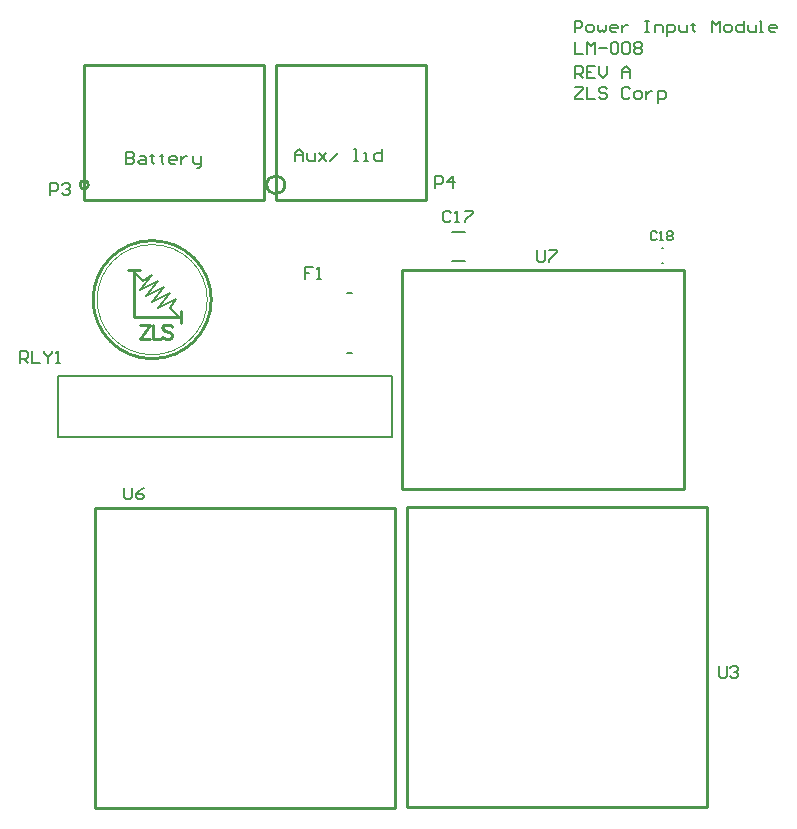
<source format=gbr>
G04 Layer_Color=65535*
%FSLAX26Y26*%
%MOIN*%
%TF.FileFunction,Legend,Top*%
%TF.Part,Single*%
G01*
G75*
%TA.AperFunction,NonConductor*%
%ADD45C,0.010000*%
%ADD46C,0.007874*%
%ADD60C,0.003937*%
%ADD61C,0.005000*%
D45*
X154953Y1664882D02*
G03*
X154953Y1664882I-14142J0D01*
G01*
X809000D02*
G03*
X809000Y1664882I-30000J0D01*
G01*
X564000Y1282063D02*
G03*
X564000Y1282063I-196850J0D01*
G01*
X140811Y1614882D02*
Y2064882D01*
X740811D01*
Y1614882D02*
Y2064882D01*
X140811Y1614882D02*
X740811D01*
X779000D02*
Y2064882D01*
X1279000D01*
Y1614882D02*
Y2064882D01*
X779000Y1614882D02*
X1279000D01*
X1175000Y-411496D02*
Y588504D01*
X175000Y-136496D02*
Y413504D01*
Y588504D01*
X325000D02*
X825000D01*
X175000Y-411496D02*
Y-136496D01*
Y-411496D02*
X1175000D01*
X175000Y588504D02*
X325000D01*
X825000D02*
X1175000D01*
X1200000Y1382008D02*
X2140000D01*
Y652008D02*
Y1382008D01*
X1200000Y652008D02*
X2140000D01*
X1200000D02*
Y1382008D01*
X1215040Y-409921D02*
X2215039D01*
Y590079D01*
X1215040Y590061D02*
X2215043Y590079D01*
X1215040Y-409921D02*
Y590079D01*
X287150Y1380063D02*
X327150D01*
X462150Y1205063D02*
Y1245063D01*
X307150Y1225063D02*
Y1375063D01*
Y1225063D02*
X457150D01*
X358639Y1199297D02*
X327150Y1152063D01*
Y1199297D02*
X358639D01*
X327150Y1152063D02*
X358639D01*
X369210Y1199297D02*
Y1152063D01*
X396201D01*
X432864Y1192550D02*
X428365Y1197048D01*
X421618Y1199297D01*
X412621D01*
X405873Y1197048D01*
X401374Y1192550D01*
Y1188051D01*
X403624Y1183553D01*
X405873Y1181303D01*
X410371Y1179054D01*
X423867Y1174556D01*
X428365Y1172306D01*
X430615Y1170057D01*
X432864Y1165559D01*
Y1158811D01*
X428365Y1154313D01*
X421618Y1152063D01*
X412621D01*
X405873Y1154313D01*
X401374Y1158811D01*
D46*
X52756Y825394D02*
Y1028150D01*
X1166929D01*
Y825394D02*
Y1028150D01*
X52756Y825394D02*
X1166929D01*
X1365748Y1412402D02*
X1409056D01*
X1365748Y1506890D02*
X1409056D01*
X2067031Y1454607D02*
X2070969D01*
X2067031Y1405395D02*
X2070969D01*
X1015158Y1305394D02*
X1034842D01*
X1015158Y1104606D02*
X1034842D01*
X1775024Y2173057D02*
Y2212414D01*
X1794702D01*
X1801262Y2205854D01*
Y2192735D01*
X1794702Y2186176D01*
X1775024D01*
X1820941Y2173057D02*
X1834060D01*
X1840619Y2179616D01*
Y2192735D01*
X1834060Y2199295D01*
X1820941D01*
X1814381Y2192735D01*
Y2179616D01*
X1820941Y2173057D01*
X1853738Y2199295D02*
Y2179616D01*
X1860298Y2173057D01*
X1866858Y2179616D01*
X1873417Y2173057D01*
X1879977Y2179616D01*
Y2199295D01*
X1912774Y2173057D02*
X1899655D01*
X1893096Y2179616D01*
Y2192735D01*
X1899655Y2199295D01*
X1912774D01*
X1919334Y2192735D01*
Y2186176D01*
X1893096D01*
X1932453Y2199295D02*
Y2173057D01*
Y2186176D01*
X1939013Y2192735D01*
X1945572Y2199295D01*
X1952132D01*
X2011168Y2212414D02*
X2024287D01*
X2017728D01*
Y2173057D01*
X2011168D01*
X2024287D01*
X2043966D02*
Y2199295D01*
X2063644D01*
X2070204Y2192735D01*
Y2173057D01*
X2083323Y2159937D02*
Y2199295D01*
X2103002D01*
X2109561Y2192735D01*
Y2179616D01*
X2103002Y2173057D01*
X2083323D01*
X2122681Y2199295D02*
Y2179616D01*
X2129240Y2173057D01*
X2148919D01*
Y2199295D01*
X2168598Y2205854D02*
Y2199295D01*
X2162038D01*
X2175157D01*
X2168598D01*
Y2179616D01*
X2175157Y2173057D01*
X2234193D02*
Y2212414D01*
X2247312Y2199295D01*
X2260431Y2212414D01*
Y2173057D01*
X2280110D02*
X2293229D01*
X2299789Y2179616D01*
Y2192735D01*
X2293229Y2199295D01*
X2280110D01*
X2273551Y2192735D01*
Y2179616D01*
X2280110Y2173057D01*
X2339146Y2212414D02*
Y2173057D01*
X2319468D01*
X2312908Y2179616D01*
Y2192735D01*
X2319468Y2199295D01*
X2339146D01*
X2352265D02*
Y2179616D01*
X2358825Y2173057D01*
X2378504D01*
Y2199295D01*
X2391623Y2173057D02*
X2404742D01*
X2398182D01*
Y2212414D01*
X2391623D01*
X2444099Y2173057D02*
X2430980D01*
X2424421Y2179616D01*
Y2192735D01*
X2430980Y2199295D01*
X2444099D01*
X2450659Y2192735D01*
Y2186176D01*
X2424421D01*
X903388Y1391421D02*
X877150D01*
Y1371742D01*
X890269D01*
X877150D01*
Y1352063D01*
X916507D02*
X929626D01*
X923067D01*
Y1391421D01*
X916507Y1384861D01*
X2048679Y1504598D02*
X2043759Y1509518D01*
X2033920D01*
X2029000Y1504598D01*
Y1484920D01*
X2033920Y1480000D01*
X2043759D01*
X2048679Y1484920D01*
X2058518Y1480000D02*
X2068358D01*
X2063438D01*
Y1509518D01*
X2058518Y1504598D01*
X2083117D02*
X2088036Y1509518D01*
X2097876D01*
X2102795Y1504598D01*
Y1499679D01*
X2097876Y1494759D01*
X2102795Y1489839D01*
Y1484920D01*
X2097876Y1480000D01*
X2088036D01*
X2083117Y1484920D01*
Y1489839D01*
X2088036Y1494759D01*
X2083117Y1499679D01*
Y1504598D01*
X2088036Y1494759D02*
X2097876D01*
X-72850Y1072063D02*
Y1111421D01*
X-53172D01*
X-46612Y1104861D01*
Y1091742D01*
X-53172Y1085182D01*
X-72850D01*
X-59731D02*
X-46612Y1072063D01*
X-33493Y1111421D02*
Y1072063D01*
X-7255D01*
X5864Y1111421D02*
Y1104861D01*
X18983Y1091742D01*
X32103Y1104861D01*
Y1111421D01*
X18983Y1091742D02*
Y1072063D01*
X45222D02*
X58341D01*
X51781D01*
Y1111421D01*
X45222Y1104861D01*
X273740Y655499D02*
Y622701D01*
X280300Y616142D01*
X293419D01*
X299978Y622701D01*
Y655499D01*
X339336D02*
X326216Y648939D01*
X313097Y635820D01*
Y622701D01*
X319657Y616142D01*
X332776D01*
X339336Y622701D01*
Y629261D01*
X332776Y635820D01*
X313097D01*
X2255512Y60027D02*
Y27229D01*
X2262071Y20669D01*
X2275191D01*
X2281750Y27229D01*
Y60027D01*
X2294869Y53467D02*
X2301429Y60027D01*
X2314548D01*
X2321107Y53467D01*
Y46907D01*
X2314548Y40348D01*
X2307988D01*
X2314548D01*
X2321107Y33788D01*
Y27229D01*
X2314548Y20669D01*
X2301429D01*
X2294869Y27229D01*
X1310260Y1653434D02*
Y1692791D01*
X1329939D01*
X1336498Y1686231D01*
Y1673112D01*
X1329939Y1666553D01*
X1310260D01*
X1369296Y1653434D02*
Y1692791D01*
X1349617Y1673112D01*
X1375856D01*
X27150Y1632063D02*
Y1671421D01*
X46828D01*
X53388Y1664861D01*
Y1651742D01*
X46828Y1645182D01*
X27150D01*
X66507Y1664861D02*
X73067Y1671421D01*
X86186D01*
X92745Y1664861D01*
Y1658302D01*
X86186Y1651742D01*
X79626D01*
X86186D01*
X92745Y1645182D01*
Y1638623D01*
X86186Y1632063D01*
X73067D01*
X66507Y1638623D01*
X1363640Y1572444D02*
X1357080Y1579003D01*
X1343961D01*
X1337402Y1572444D01*
Y1546205D01*
X1343961Y1539646D01*
X1357080D01*
X1363640Y1546205D01*
X1376759Y1539646D02*
X1389878D01*
X1383319D01*
Y1579003D01*
X1376759Y1572444D01*
X1409557Y1579003D02*
X1435795D01*
Y1572444D01*
X1409557Y1546205D01*
Y1539646D01*
X1651378Y1446838D02*
Y1414040D01*
X1657938Y1407480D01*
X1671057D01*
X1677616Y1414040D01*
Y1446838D01*
X1690735D02*
X1716974D01*
Y1440278D01*
X1690735Y1414040D01*
Y1407480D01*
X843260Y1745434D02*
Y1771672D01*
X856379Y1784791D01*
X869498Y1771672D01*
Y1745434D01*
Y1765112D01*
X843260D01*
X882617Y1771672D02*
Y1751993D01*
X889177Y1745434D01*
X908856D01*
Y1771672D01*
X921975D02*
X948213Y1745434D01*
X935094Y1758553D01*
X948213Y1771672D01*
X921975Y1745434D01*
X961332D02*
X987570Y1771672D01*
X1040047Y1745434D02*
X1053166D01*
X1046607D01*
Y1784791D01*
X1040047D01*
X1072845Y1745434D02*
X1085964D01*
X1079404D01*
Y1771672D01*
X1072845D01*
X1131881Y1784791D02*
Y1745434D01*
X1112202D01*
X1105643Y1751993D01*
Y1765112D01*
X1112202Y1771672D01*
X1131881D01*
X280260Y1773791D02*
Y1734434D01*
X299939D01*
X306498Y1740993D01*
Y1747553D01*
X299939Y1754112D01*
X280260D01*
X299939D01*
X306498Y1760672D01*
Y1767231D01*
X299939Y1773791D01*
X280260D01*
X326177Y1760672D02*
X339296D01*
X345856Y1754112D01*
Y1734434D01*
X326177D01*
X319617Y1740993D01*
X326177Y1747553D01*
X345856D01*
X365534Y1767231D02*
Y1760672D01*
X358975D01*
X372094D01*
X365534D01*
Y1740993D01*
X372094Y1734434D01*
X398332Y1767231D02*
Y1760672D01*
X391773D01*
X404892D01*
X398332D01*
Y1740993D01*
X404892Y1734434D01*
X444249D02*
X431130D01*
X424570Y1740993D01*
Y1754112D01*
X431130Y1760672D01*
X444249D01*
X450809Y1754112D01*
Y1747553D01*
X424570D01*
X463928Y1760672D02*
Y1734434D01*
Y1747553D01*
X470487Y1754112D01*
X477047Y1760672D01*
X483606D01*
X503285D02*
Y1740993D01*
X509845Y1734434D01*
X529523D01*
Y1727874D01*
X522964Y1721314D01*
X516404D01*
X529523Y1734434D02*
Y1760672D01*
X1777150Y1991421D02*
X1803388D01*
Y1984861D01*
X1777150Y1958623D01*
Y1952063D01*
X1803388D01*
X1816507Y1991421D02*
Y1952063D01*
X1842745D01*
X1882103Y1984861D02*
X1875543Y1991421D01*
X1862424D01*
X1855864Y1984861D01*
Y1978302D01*
X1862424Y1971742D01*
X1875543D01*
X1882103Y1965182D01*
Y1958623D01*
X1875543Y1952063D01*
X1862424D01*
X1855864Y1958623D01*
X1960817Y1984861D02*
X1954258Y1991421D01*
X1941139D01*
X1934579Y1984861D01*
Y1958623D01*
X1941139Y1952063D01*
X1954258D01*
X1960817Y1958623D01*
X1980496Y1952063D02*
X1993615D01*
X2000175Y1958623D01*
Y1971742D01*
X1993615Y1978302D01*
X1980496D01*
X1973937Y1971742D01*
Y1958623D01*
X1980496Y1952063D01*
X2013294Y1978302D02*
Y1952063D01*
Y1965182D01*
X2019854Y1971742D01*
X2026413Y1978302D01*
X2032973D01*
X2052651Y1938944D02*
Y1978302D01*
X2072330D01*
X2078890Y1971742D01*
Y1958623D01*
X2072330Y1952063D01*
X2052651D01*
X1777150Y2022063D02*
Y2061421D01*
X1796828D01*
X1803388Y2054861D01*
Y2041742D01*
X1796828Y2035182D01*
X1777150D01*
X1790269D02*
X1803388Y2022063D01*
X1842745Y2061421D02*
X1816507D01*
Y2022063D01*
X1842745D01*
X1816507Y2041742D02*
X1829626D01*
X1855864Y2061421D02*
Y2035182D01*
X1868984Y2022063D01*
X1882103Y2035182D01*
Y2061421D01*
X1934579Y2022063D02*
Y2048302D01*
X1947698Y2061421D01*
X1960817Y2048302D01*
Y2022063D01*
Y2041742D01*
X1934579D01*
X1777150Y2141421D02*
Y2102063D01*
X1803388D01*
X1816507D02*
Y2141421D01*
X1829626Y2128302D01*
X1842745Y2141421D01*
Y2102063D01*
X1855864Y2121742D02*
X1882103D01*
X1895222Y2134861D02*
X1901781Y2141421D01*
X1914900D01*
X1921460Y2134861D01*
Y2108623D01*
X1914900Y2102063D01*
X1901781D01*
X1895222Y2108623D01*
Y2134861D01*
X1934579D02*
X1941139Y2141421D01*
X1954258D01*
X1960817Y2134861D01*
Y2108623D01*
X1954258Y2102063D01*
X1941139D01*
X1934579Y2108623D01*
Y2134861D01*
X1973937D02*
X1980496Y2141421D01*
X1993615D01*
X2000175Y2134861D01*
Y2128302D01*
X1993615Y2121742D01*
X2000175Y2115182D01*
Y2108623D01*
X1993615Y2102063D01*
X1980496D01*
X1973937Y2108623D01*
Y2115182D01*
X1980496Y2121742D01*
X1973937Y2128302D01*
Y2134861D01*
X1980496Y2121742D02*
X1993615D01*
D60*
X550725Y1282063D02*
G03*
X550725Y1282063I-183576J0D01*
G01*
D61*
X387150Y1255063D02*
X427150Y1305063D01*
X367150Y1275063D02*
X427150Y1305063D01*
X367150Y1275063D02*
X407150Y1325063D01*
X307150Y1375063D02*
X337150Y1345063D01*
X427150Y1255063D02*
X447150Y1285063D01*
X387150Y1255063D02*
X447150Y1285063D01*
X427150Y1255063D02*
X457150Y1225063D01*
X337150Y1345063D02*
X367150Y1365063D01*
X327150Y1315063D02*
X367150Y1365063D01*
X347150Y1295063D02*
X387150Y1345063D01*
X347150Y1295063D02*
X407150Y1325063D01*
X327150Y1315063D02*
X387150Y1345063D01*
%TF.MD5,bf5d5e1f5141b6d6c03f28e61b2993c2*%
M02*

</source>
